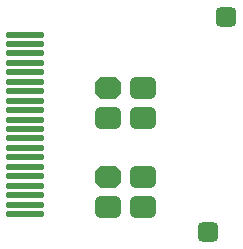
<source format=gbr>
%TF.GenerationSoftware,Altium Limited,Altium Designer,25.5.2 (35)*%
G04 Layer_Color=8388736*
%FSLAX45Y45*%
%MOMM*%
%TF.SameCoordinates,263EE719-961F-4448-A72E-CF07F5483F46*%
%TF.FilePolarity,Negative*%
%TF.FileFunction,Soldermask,Top*%
%TF.Part,Single*%
G01*
G75*
%TA.AperFunction,SMDPad,CuDef*%
G04:AMPARAMS|DCode=22|XSize=3.28mm|YSize=0.58mm|CornerRadius=0.165mm|HoleSize=0mm|Usage=FLASHONLY|Rotation=0.000|XOffset=0mm|YOffset=0mm|HoleType=Round|Shape=RoundedRectangle|*
%AMROUNDEDRECTD22*
21,1,3.28000,0.25000,0,0,0.0*
21,1,2.95000,0.58000,0,0,0.0*
1,1,0.33000,1.47500,-0.12500*
1,1,0.33000,-1.47500,-0.12500*
1,1,0.33000,-1.47500,0.12500*
1,1,0.33000,1.47500,0.12500*
%
%ADD22ROUNDEDRECTD22*%
%TA.AperFunction,ComponentPad*%
G04:AMPARAMS|DCode=23|XSize=1.85mm|YSize=2.25mm|CornerRadius=0.5mm|HoleSize=0mm|Usage=FLASHONLY|Rotation=270.000|XOffset=0mm|YOffset=0mm|HoleType=Round|Shape=RoundedRectangle|*
%AMROUNDEDRECTD23*
21,1,1.85000,1.25001,0,0,270.0*
21,1,0.85000,2.25000,0,0,270.0*
1,1,1.00000,-0.62500,-0.42500*
1,1,1.00000,-0.62500,0.42500*
1,1,1.00000,0.62500,0.42500*
1,1,1.00000,0.62500,-0.42500*
%
%ADD23ROUNDEDRECTD23*%
G04:AMPARAMS|DCode=24|XSize=1.85mm|YSize=2.25mm|CornerRadius=0mm|HoleSize=0mm|Usage=FLASHONLY|Rotation=270.000|XOffset=0mm|YOffset=0mm|HoleType=Round|Shape=Octagon|*
%AMOCTAGOND24*
4,1,8,1.12500,0.46250,1.12500,-0.46250,0.66250,-0.92500,-0.66250,-0.92500,-1.12500,-0.46250,-1.12500,0.46250,-0.66250,0.92500,0.66250,0.92500,1.12500,0.46250,0.0*
%
%ADD24OCTAGOND24*%

G04:AMPARAMS|DCode=25|XSize=1.7mm|YSize=1.75mm|CornerRadius=0.4625mm|HoleSize=0mm|Usage=FLASHONLY|Rotation=270.000|XOffset=0mm|YOffset=0mm|HoleType=Round|Shape=RoundedRectangle|*
%AMROUNDEDRECTD25*
21,1,1.70000,0.82500,0,0,270.0*
21,1,0.77500,1.75000,0,0,270.0*
1,1,0.92500,-0.41250,-0.38750*
1,1,0.92500,-0.41250,0.38750*
1,1,0.92500,0.41250,0.38750*
1,1,0.92500,0.41250,-0.38750*
%
%ADD25ROUNDEDRECTD25*%
D22*
X300000Y830000D02*
D03*
Y750000D02*
D03*
Y670000D02*
D03*
Y590000D02*
D03*
Y990000D02*
D03*
Y910000D02*
D03*
Y1230000D02*
D03*
Y1070000D02*
D03*
Y1470000D02*
D03*
Y1150000D02*
D03*
Y1390000D02*
D03*
Y1310000D02*
D03*
Y1630000D02*
D03*
Y1870000D02*
D03*
Y1950000D02*
D03*
Y2030000D02*
D03*
Y1550000D02*
D03*
Y2110000D02*
D03*
Y1710000D02*
D03*
Y1790000D02*
D03*
D23*
X1000000Y1406000D02*
D03*
X1294000D02*
D03*
Y1660000D02*
D03*
X1000000Y646000D02*
D03*
X1294000D02*
D03*
Y900000D02*
D03*
D24*
X1000000Y1660000D02*
D03*
Y900000D02*
D03*
D25*
X1847000Y440000D02*
D03*
X1997000Y2260000D02*
D03*
%TF.MD5,39c35cb6d7281aa9179183057a5ca1cf*%
M02*

</source>
